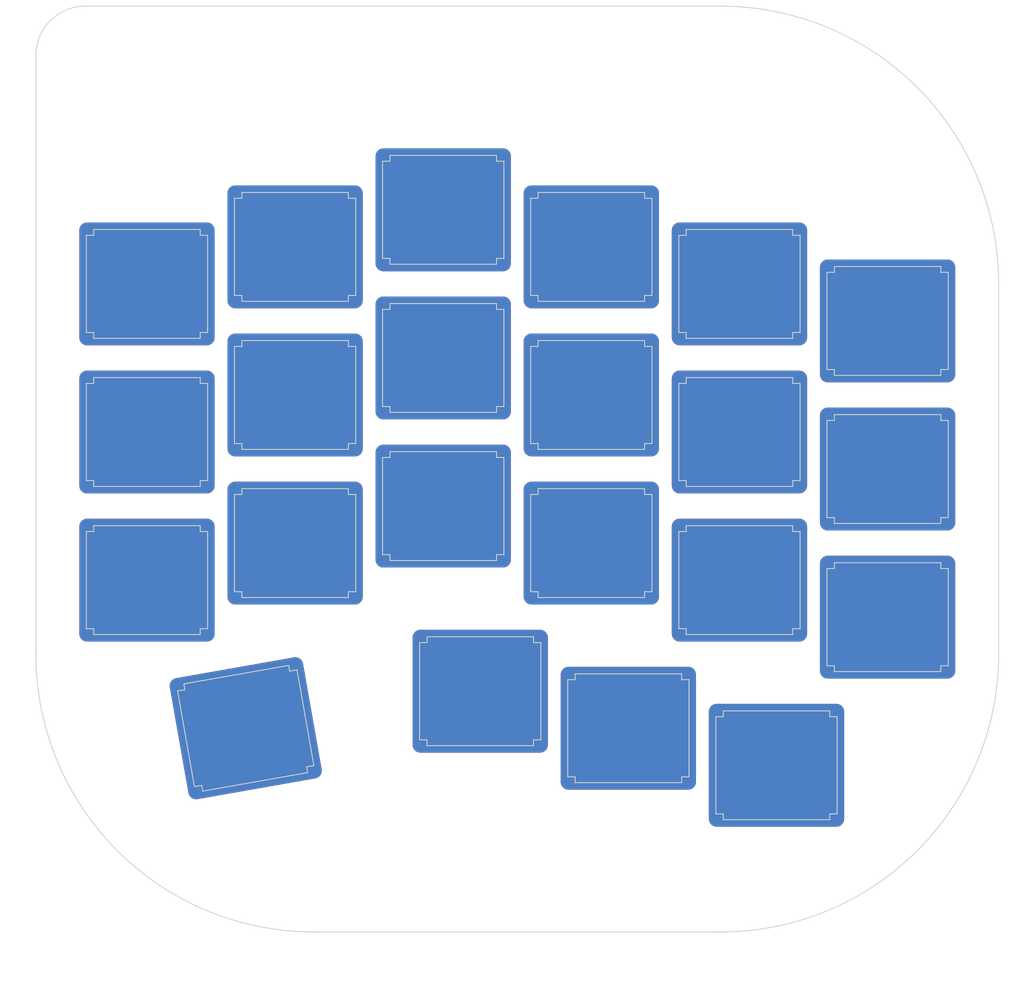
<source format=kicad_pcb>
(kicad_pcb (version 20171130) (host pcbnew 5.1.10-88a1d61d58~88~ubuntu18.04.1)

  (general
    (thickness 1.6)
    (drawings 8)
    (tracks 0)
    (zones 0)
    (modules 27)
    (nets 2)
  )

  (page A2)
  (layers
    (0 F.Cu signal)
    (31 B.Cu signal)
    (32 B.Adhes user)
    (33 F.Adhes user)
    (34 B.Paste user)
    (35 F.Paste user)
    (36 B.SilkS user)
    (37 F.SilkS user)
    (38 B.Mask user)
    (39 F.Mask user)
    (40 Dwgs.User user)
    (41 Cmts.User user)
    (42 Eco1.User user)
    (43 Eco2.User user)
    (44 Edge.Cuts user)
    (45 Margin user)
    (46 B.CrtYd user)
    (47 F.CrtYd user)
    (48 B.Fab user)
    (49 F.Fab user)
  )

  (setup
    (last_trace_width 0.25)
    (trace_clearance 0.2)
    (zone_clearance 0.508)
    (zone_45_only yes)
    (trace_min 0.2)
    (via_size 0.8)
    (via_drill 0.4)
    (via_min_size 0.4)
    (via_min_drill 0.3)
    (uvia_size 0.3)
    (uvia_drill 0.1)
    (uvias_allowed no)
    (uvia_min_size 0.2)
    (uvia_min_drill 0.1)
    (edge_width 0.1)
    (segment_width 0.2)
    (pcb_text_width 0.3)
    (pcb_text_size 1.5 1.5)
    (mod_edge_width 0.15)
    (mod_text_size 1 1)
    (mod_text_width 0.15)
    (pad_size 1.6 2.2)
    (pad_drill 0)
    (pad_to_mask_clearance 0)
    (aux_axis_origin 0 0)
    (visible_elements FFFFF77F)
    (pcbplotparams
      (layerselection 0x010fc_ffffffff)
      (usegerberextensions false)
      (usegerberattributes false)
      (usegerberadvancedattributes false)
      (creategerberjobfile false)
      (excludeedgelayer true)
      (linewidth 0.100000)
      (plotframeref false)
      (viasonmask false)
      (mode 1)
      (useauxorigin false)
      (hpglpennumber 1)
      (hpglpenspeed 20)
      (hpglpendiameter 15.000000)
      (psnegative false)
      (psa4output false)
      (plotreference true)
      (plotvalue true)
      (plotinvisibletext false)
      (padsonsilk false)
      (subtractmaskfromsilk false)
      (outputformat 1)
      (mirror false)
      (drillshape 1)
      (scaleselection 1)
      (outputdirectory ""))
  )

  (net 0 "")
  (net 1 GND)

  (net_class Default "This is the default net class."
    (clearance 0.2)
    (trace_width 0.25)
    (via_dia 0.8)
    (via_drill 0.4)
    (uvia_dia 0.3)
    (uvia_drill 0.1)
  )

  (module Keebio-Parts:MX-Alps_Switch_Cutout (layer F.Cu) (tedit 5BEEFD84) (tstamp 6240DF5C)
    (at 193.675 -153.19375 10)
    (fp_text reference REF** (at 0.25 10.05 10) (layer Eco2.User) hide
      (effects (font (size 1 1) (thickness 0.15)))
    )
    (fp_text value MX-Alps_Switch_Cutout (at 0 -15.24 10) (layer F.Fab) hide
      (effects (font (size 1 1) (thickness 0.15)))
    )
    (fp_line (start -7.8 -6.25) (end -6.85 -6.25) (layer Edge.Cuts) (width 0.12))
    (fp_line (start -7.8 6.25) (end -7.8 -6.25) (layer Edge.Cuts) (width 0.12))
    (fp_line (start -6.85 6.25) (end -7.8 6.25) (layer Edge.Cuts) (width 0.12))
    (fp_line (start -6.85 7) (end -6.85 6.25) (layer Edge.Cuts) (width 0.12))
    (fp_line (start 6.85 7) (end -6.85 7) (layer Edge.Cuts) (width 0.12))
    (fp_line (start 6.85 6.25) (end 6.85 7) (layer Edge.Cuts) (width 0.12))
    (fp_line (start 7.8 6.25) (end 6.85 6.25) (layer Edge.Cuts) (width 0.12))
    (fp_line (start 7.8 -6.25) (end 7.8 6.25) (layer Edge.Cuts) (width 0.12))
    (fp_line (start 6.85 -6.25) (end 7.8 -6.25) (layer Edge.Cuts) (width 0.12))
    (fp_line (start 6.85 -7) (end 6.85 -6.25) (layer Edge.Cuts) (width 0.12))
    (fp_line (start -6.85 -7) (end 6.85 -7) (layer Edge.Cuts) (width 0.12))
    (fp_line (start -6.85 -6.25) (end -6.85 -7) (layer Edge.Cuts) (width 0.12))
    (fp_line (start 9.5 -9.5) (end 9.5 9.5) (layer Dwgs.User) (width 0.15))
    (fp_line (start 9.5 9.5) (end -9.5 9.5) (layer Dwgs.User) (width 0.15))
    (fp_line (start -9.5 9.5) (end -9.5 -9.5) (layer Dwgs.User) (width 0.15))
    (fp_line (start -9.5 -9.5) (end 9.5 -9.5) (layer Dwgs.User) (width 0.15))
    (pad 1 smd roundrect (at 0 0 190) (size 17.4 15.8) (layers F.Cu F.Mask) (roundrect_rratio 0.063))
    (pad 1 smd roundrect (at 0 0 190) (size 17.4 15.8) (layers B.Cu B.Mask) (roundrect_rratio 0.063))
  )

  (module silkscreens:procyon_stars (layer F.Cu) (tedit 6240BEBE) (tstamp 6240E164)
    (at 197.64375 -236.5375)
    (fp_text reference G*** (at 0 0) (layer F.SilkS) hide
      (effects (font (size 1.524 1.524) (thickness 0.3)))
    )
    (fp_text value LOGO (at 0.75 0) (layer F.SilkS) hide
      (effects (font (size 1.524 1.524) (thickness 0.3)))
    )
    (fp_poly (pts (xy -10.618516 -5.429737) (xy -10.517681 -5.240953) (xy -10.456595 -5.080788) (xy -10.296712 -4.733751)
      (xy -10.059037 -4.479228) (xy -9.985932 -4.424622) (xy -9.789873 -4.259409) (xy -9.670522 -4.107721)
      (xy -9.653808 -4.054085) (xy -9.718502 -3.928993) (xy -9.884306 -3.769841) (xy -9.983927 -3.69751)
      (xy -10.196826 -3.524031) (xy -10.343144 -3.345122) (xy -10.370604 -3.284092) (xy -10.494352 -2.911336)
      (xy -10.611071 -2.688665) (xy -10.703926 -2.624667) (xy -10.825478 -2.671695) (xy -11.024804 -2.791686)
      (xy -11.152257 -2.880797) (xy -11.396083 -3.038855) (xy -11.595764 -3.100533) (xy -11.825103 -3.08951)
      (xy -12.118291 -3.069456) (xy -12.283154 -3.130491) (xy -12.337485 -3.295193) (xy -12.299075 -3.586138)
      (xy -12.280435 -3.667292) (xy -12.218735 -4.001662) (xy -12.224573 -4.251741) (xy -12.26528 -4.406397)
      (xy -12.354797 -4.705234) (xy -12.353082 -4.882397) (xy -12.241757 -4.96907) (xy -12.002447 -4.996438)
      (xy -11.916833 -4.997689) (xy -11.594368 -5.023041) (xy -11.343459 -5.115415) (xy -11.139751 -5.251689)
      (xy -10.925031 -5.399001) (xy -10.754405 -5.48959) (xy -10.702055 -5.503333) (xy -10.618516 -5.429737)) (layer F.Mask) (width 0.01))
    (fp_poly (pts (xy -16.588013 -2.063344) (xy -16.278703 -1.897053) (xy -15.875288 -1.615712) (xy -15.755038 -1.524853)
      (xy -14.980863 -0.933039) (xy -13.988598 -0.979003) (xy -13.468333 -0.994887) (xy -13.090882 -0.974662)
      (xy -12.843701 -0.899314) (xy -12.714243 -0.749831) (xy -12.689961 -0.507201) (xy -12.75831 -0.15241)
      (xy -12.906744 0.333555) (xy -12.979422 0.550333) (xy -13.266469 1.397) (xy -12.940901 2.311001)
      (xy -12.810913 2.686235) (xy -12.705593 3.00987) (xy -12.63664 3.244638) (xy -12.615333 3.348168)
      (xy -12.671264 3.494443) (xy -12.788977 3.644976) (xy -12.87803 3.719169) (xy -12.990699 3.767915)
      (xy -13.160519 3.795742) (xy -13.421029 3.807178) (xy -13.805765 3.806754) (xy -13.971866 3.804697)
      (xy -14.981112 3.790776) (xy -15.771952 4.393054) (xy -16.09966 4.631423) (xy -16.394094 4.825219)
      (xy -16.621384 4.953413) (xy -16.741917 4.995333) (xy -16.921765 4.932176) (xy -17.078864 4.794696)
      (xy -17.168489 4.629424) (xy -17.282829 4.345799) (xy -17.404521 3.989491) (xy -17.478575 3.743243)
      (xy -17.720465 2.892427) (xy -18.554748 2.328059) (xy -18.974239 2.030346) (xy -19.256861 1.791691)
      (xy -19.41657 1.594176) (xy -19.467323 1.419884) (xy -19.423078 1.250896) (xy -19.411185 1.228579)
      (xy -19.31397 1.125712) (xy -19.108947 0.951625) (xy -18.827359 0.731739) (xy -18.539896 0.519716)
      (xy -17.746033 -0.050793) (xy -17.504279 -0.89323) (xy -17.389978 -1.268529) (xy -17.277279 -1.599303)
      (xy -17.182194 -1.840358) (xy -17.138311 -1.926167) (xy -16.999118 -2.072476) (xy -16.821918 -2.12001)
      (xy -16.588013 -2.063344)) (layer F.Mask) (width 0.01))
  )

  (module Keebio-Parts:MX-Alps_Switch_Cutout (layer F.Cu) (tedit 5BEEFD84) (tstamp 6240DF32)
    (at 223.8375 -157.95625)
    (fp_text reference REF** (at 0.25 10.05) (layer Eco2.User) hide
      (effects (font (size 1 1) (thickness 0.15)))
    )
    (fp_text value MX-Alps_Switch_Cutout (at 0 -15.24) (layer F.Fab) hide
      (effects (font (size 1 1) (thickness 0.15)))
    )
    (fp_line (start -9.5 -9.5) (end 9.5 -9.5) (layer Dwgs.User) (width 0.15))
    (fp_line (start -9.5 9.5) (end -9.5 -9.5) (layer Dwgs.User) (width 0.15))
    (fp_line (start 9.5 9.5) (end -9.5 9.5) (layer Dwgs.User) (width 0.15))
    (fp_line (start 9.5 -9.5) (end 9.5 9.5) (layer Dwgs.User) (width 0.15))
    (fp_line (start -6.85 -6.25) (end -6.85 -7) (layer Edge.Cuts) (width 0.12))
    (fp_line (start -6.85 -7) (end 6.85 -7) (layer Edge.Cuts) (width 0.12))
    (fp_line (start 6.85 -7) (end 6.85 -6.25) (layer Edge.Cuts) (width 0.12))
    (fp_line (start 6.85 -6.25) (end 7.8 -6.25) (layer Edge.Cuts) (width 0.12))
    (fp_line (start 7.8 -6.25) (end 7.8 6.25) (layer Edge.Cuts) (width 0.12))
    (fp_line (start 7.8 6.25) (end 6.85 6.25) (layer Edge.Cuts) (width 0.12))
    (fp_line (start 6.85 6.25) (end 6.85 7) (layer Edge.Cuts) (width 0.12))
    (fp_line (start 6.85 7) (end -6.85 7) (layer Edge.Cuts) (width 0.12))
    (fp_line (start -6.85 7) (end -6.85 6.25) (layer Edge.Cuts) (width 0.12))
    (fp_line (start -6.85 6.25) (end -7.8 6.25) (layer Edge.Cuts) (width 0.12))
    (fp_line (start -7.8 6.25) (end -7.8 -6.25) (layer Edge.Cuts) (width 0.12))
    (fp_line (start -7.8 -6.25) (end -6.85 -6.25) (layer Edge.Cuts) (width 0.12))
    (pad 1 smd roundrect (at 0 0 180) (size 17.4 15.8) (layers B.Cu B.Mask) (roundrect_rratio 0.063))
    (pad 1 smd roundrect (at 0 0 180) (size 17.4 15.8) (layers F.Cu F.Mask) (roundrect_rratio 0.063))
  )

  (module Keebio-Parts:MX-Alps_Switch_Cutout (layer F.Cu) (tedit 5BEEFD84) (tstamp 6240DF08)
    (at 242.8875 -153.19375)
    (fp_text reference REF** (at 0.25 10.05) (layer Eco2.User) hide
      (effects (font (size 1 1) (thickness 0.15)))
    )
    (fp_text value MX-Alps_Switch_Cutout (at 0 -15.24) (layer F.Fab) hide
      (effects (font (size 1 1) (thickness 0.15)))
    )
    (fp_line (start -7.8 -6.25) (end -6.85 -6.25) (layer Edge.Cuts) (width 0.12))
    (fp_line (start -7.8 6.25) (end -7.8 -6.25) (layer Edge.Cuts) (width 0.12))
    (fp_line (start -6.85 6.25) (end -7.8 6.25) (layer Edge.Cuts) (width 0.12))
    (fp_line (start -6.85 7) (end -6.85 6.25) (layer Edge.Cuts) (width 0.12))
    (fp_line (start 6.85 7) (end -6.85 7) (layer Edge.Cuts) (width 0.12))
    (fp_line (start 6.85 6.25) (end 6.85 7) (layer Edge.Cuts) (width 0.12))
    (fp_line (start 7.8 6.25) (end 6.85 6.25) (layer Edge.Cuts) (width 0.12))
    (fp_line (start 7.8 -6.25) (end 7.8 6.25) (layer Edge.Cuts) (width 0.12))
    (fp_line (start 6.85 -6.25) (end 7.8 -6.25) (layer Edge.Cuts) (width 0.12))
    (fp_line (start 6.85 -7) (end 6.85 -6.25) (layer Edge.Cuts) (width 0.12))
    (fp_line (start -6.85 -7) (end 6.85 -7) (layer Edge.Cuts) (width 0.12))
    (fp_line (start -6.85 -6.25) (end -6.85 -7) (layer Edge.Cuts) (width 0.12))
    (fp_line (start 9.5 -9.5) (end 9.5 9.5) (layer Dwgs.User) (width 0.15))
    (fp_line (start 9.5 9.5) (end -9.5 9.5) (layer Dwgs.User) (width 0.15))
    (fp_line (start -9.5 9.5) (end -9.5 -9.5) (layer Dwgs.User) (width 0.15))
    (fp_line (start -9.5 -9.5) (end 9.5 -9.5) (layer Dwgs.User) (width 0.15))
    (pad 1 smd roundrect (at 0 0 180) (size 17.4 15.8) (layers F.Cu F.Mask) (roundrect_rratio 0.063))
    (pad 1 smd roundrect (at 0 0 180) (size 17.4 15.8) (layers B.Cu B.Mask) (roundrect_rratio 0.063))
  )

  (module Keebio-Parts:MX-Alps_Switch_Cutout (layer F.Cu) (tedit 5BEEFD84) (tstamp 6240DEDE)
    (at 261.9375 -148.43125)
    (fp_text reference REF** (at 0.25 10.05) (layer Eco2.User) hide
      (effects (font (size 1 1) (thickness 0.15)))
    )
    (fp_text value MX-Alps_Switch_Cutout (at 0 -15.24) (layer F.Fab) hide
      (effects (font (size 1 1) (thickness 0.15)))
    )
    (fp_line (start -9.5 -9.5) (end 9.5 -9.5) (layer Dwgs.User) (width 0.15))
    (fp_line (start -9.5 9.5) (end -9.5 -9.5) (layer Dwgs.User) (width 0.15))
    (fp_line (start 9.5 9.5) (end -9.5 9.5) (layer Dwgs.User) (width 0.15))
    (fp_line (start 9.5 -9.5) (end 9.5 9.5) (layer Dwgs.User) (width 0.15))
    (fp_line (start -6.85 -6.25) (end -6.85 -7) (layer Edge.Cuts) (width 0.12))
    (fp_line (start -6.85 -7) (end 6.85 -7) (layer Edge.Cuts) (width 0.12))
    (fp_line (start 6.85 -7) (end 6.85 -6.25) (layer Edge.Cuts) (width 0.12))
    (fp_line (start 6.85 -6.25) (end 7.8 -6.25) (layer Edge.Cuts) (width 0.12))
    (fp_line (start 7.8 -6.25) (end 7.8 6.25) (layer Edge.Cuts) (width 0.12))
    (fp_line (start 7.8 6.25) (end 6.85 6.25) (layer Edge.Cuts) (width 0.12))
    (fp_line (start 6.85 6.25) (end 6.85 7) (layer Edge.Cuts) (width 0.12))
    (fp_line (start 6.85 7) (end -6.85 7) (layer Edge.Cuts) (width 0.12))
    (fp_line (start -6.85 7) (end -6.85 6.25) (layer Edge.Cuts) (width 0.12))
    (fp_line (start -6.85 6.25) (end -7.8 6.25) (layer Edge.Cuts) (width 0.12))
    (fp_line (start -7.8 6.25) (end -7.8 -6.25) (layer Edge.Cuts) (width 0.12))
    (fp_line (start -7.8 -6.25) (end -6.85 -6.25) (layer Edge.Cuts) (width 0.12))
    (pad 1 smd roundrect (at 0 0 180) (size 17.4 15.8) (layers B.Cu B.Mask) (roundrect_rratio 0.063))
    (pad 1 smd roundrect (at 0 0 180) (size 17.4 15.8) (layers F.Cu F.Mask) (roundrect_rratio 0.063))
  )

  (module Keebio-Parts:MX-Alps_Switch_Cutout (layer F.Cu) (tedit 5BEEFD84) (tstamp 6240DEB4)
    (at 276.225 -167.48125)
    (fp_text reference REF** (at 0.25 10.05) (layer Eco2.User) hide
      (effects (font (size 1 1) (thickness 0.15)))
    )
    (fp_text value MX-Alps_Switch_Cutout (at 0 -15.24) (layer F.Fab) hide
      (effects (font (size 1 1) (thickness 0.15)))
    )
    (fp_line (start -7.8 -6.25) (end -6.85 -6.25) (layer Edge.Cuts) (width 0.12))
    (fp_line (start -7.8 6.25) (end -7.8 -6.25) (layer Edge.Cuts) (width 0.12))
    (fp_line (start -6.85 6.25) (end -7.8 6.25) (layer Edge.Cuts) (width 0.12))
    (fp_line (start -6.85 7) (end -6.85 6.25) (layer Edge.Cuts) (width 0.12))
    (fp_line (start 6.85 7) (end -6.85 7) (layer Edge.Cuts) (width 0.12))
    (fp_line (start 6.85 6.25) (end 6.85 7) (layer Edge.Cuts) (width 0.12))
    (fp_line (start 7.8 6.25) (end 6.85 6.25) (layer Edge.Cuts) (width 0.12))
    (fp_line (start 7.8 -6.25) (end 7.8 6.25) (layer Edge.Cuts) (width 0.12))
    (fp_line (start 6.85 -6.25) (end 7.8 -6.25) (layer Edge.Cuts) (width 0.12))
    (fp_line (start 6.85 -7) (end 6.85 -6.25) (layer Edge.Cuts) (width 0.12))
    (fp_line (start -6.85 -7) (end 6.85 -7) (layer Edge.Cuts) (width 0.12))
    (fp_line (start -6.85 -6.25) (end -6.85 -7) (layer Edge.Cuts) (width 0.12))
    (fp_line (start 9.5 -9.5) (end 9.5 9.5) (layer Dwgs.User) (width 0.15))
    (fp_line (start 9.5 9.5) (end -9.5 9.5) (layer Dwgs.User) (width 0.15))
    (fp_line (start -9.5 9.5) (end -9.5 -9.5) (layer Dwgs.User) (width 0.15))
    (fp_line (start -9.5 -9.5) (end 9.5 -9.5) (layer Dwgs.User) (width 0.15))
    (pad 1 smd roundrect (at 0 0 180) (size 17.4 15.8) (layers F.Cu F.Mask) (roundrect_rratio 0.063))
    (pad 1 smd roundrect (at 0 0 180) (size 17.4 15.8) (layers B.Cu B.Mask) (roundrect_rratio 0.063))
  )

  (module Keebio-Parts:MX-Alps_Switch_Cutout (layer F.Cu) (tedit 5BEEFD84) (tstamp 6240DE75)
    (at 257.175 -172.24375)
    (fp_text reference REF** (at 0.25 10.05) (layer Eco2.User) hide
      (effects (font (size 1 1) (thickness 0.15)))
    )
    (fp_text value MX-Alps_Switch_Cutout (at 0 -15.24) (layer F.Fab) hide
      (effects (font (size 1 1) (thickness 0.15)))
    )
    (fp_line (start -9.5 -9.5) (end 9.5 -9.5) (layer Dwgs.User) (width 0.15))
    (fp_line (start -9.5 9.5) (end -9.5 -9.5) (layer Dwgs.User) (width 0.15))
    (fp_line (start 9.5 9.5) (end -9.5 9.5) (layer Dwgs.User) (width 0.15))
    (fp_line (start 9.5 -9.5) (end 9.5 9.5) (layer Dwgs.User) (width 0.15))
    (fp_line (start -6.85 -6.25) (end -6.85 -7) (layer Edge.Cuts) (width 0.12))
    (fp_line (start -6.85 -7) (end 6.85 -7) (layer Edge.Cuts) (width 0.12))
    (fp_line (start 6.85 -7) (end 6.85 -6.25) (layer Edge.Cuts) (width 0.12))
    (fp_line (start 6.85 -6.25) (end 7.8 -6.25) (layer Edge.Cuts) (width 0.12))
    (fp_line (start 7.8 -6.25) (end 7.8 6.25) (layer Edge.Cuts) (width 0.12))
    (fp_line (start 7.8 6.25) (end 6.85 6.25) (layer Edge.Cuts) (width 0.12))
    (fp_line (start 6.85 6.25) (end 6.85 7) (layer Edge.Cuts) (width 0.12))
    (fp_line (start 6.85 7) (end -6.85 7) (layer Edge.Cuts) (width 0.12))
    (fp_line (start -6.85 7) (end -6.85 6.25) (layer Edge.Cuts) (width 0.12))
    (fp_line (start -6.85 6.25) (end -7.8 6.25) (layer Edge.Cuts) (width 0.12))
    (fp_line (start -7.8 6.25) (end -7.8 -6.25) (layer Edge.Cuts) (width 0.12))
    (fp_line (start -7.8 -6.25) (end -6.85 -6.25) (layer Edge.Cuts) (width 0.12))
    (pad 1 smd roundrect (at 0 0 180) (size 17.4 15.8) (layers B.Cu B.Mask) (roundrect_rratio 0.063))
    (pad 1 smd roundrect (at 0 0 180) (size 17.4 15.8) (layers F.Cu F.Mask) (roundrect_rratio 0.063))
  )

  (module Keebio-Parts:MX-Alps_Switch_Cutout (layer F.Cu) (tedit 5BEEFD84) (tstamp 6240DE36)
    (at 238.125 -177.00625)
    (fp_text reference REF** (at 0.25 10.05) (layer Eco2.User) hide
      (effects (font (size 1 1) (thickness 0.15)))
    )
    (fp_text value MX-Alps_Switch_Cutout (at 0 -15.24) (layer F.Fab) hide
      (effects (font (size 1 1) (thickness 0.15)))
    )
    (fp_line (start -7.8 -6.25) (end -6.85 -6.25) (layer Edge.Cuts) (width 0.12))
    (fp_line (start -7.8 6.25) (end -7.8 -6.25) (layer Edge.Cuts) (width 0.12))
    (fp_line (start -6.85 6.25) (end -7.8 6.25) (layer Edge.Cuts) (width 0.12))
    (fp_line (start -6.85 7) (end -6.85 6.25) (layer Edge.Cuts) (width 0.12))
    (fp_line (start 6.85 7) (end -6.85 7) (layer Edge.Cuts) (width 0.12))
    (fp_line (start 6.85 6.25) (end 6.85 7) (layer Edge.Cuts) (width 0.12))
    (fp_line (start 7.8 6.25) (end 6.85 6.25) (layer Edge.Cuts) (width 0.12))
    (fp_line (start 7.8 -6.25) (end 7.8 6.25) (layer Edge.Cuts) (width 0.12))
    (fp_line (start 6.85 -6.25) (end 7.8 -6.25) (layer Edge.Cuts) (width 0.12))
    (fp_line (start 6.85 -7) (end 6.85 -6.25) (layer Edge.Cuts) (width 0.12))
    (fp_line (start -6.85 -7) (end 6.85 -7) (layer Edge.Cuts) (width 0.12))
    (fp_line (start -6.85 -6.25) (end -6.85 -7) (layer Edge.Cuts) (width 0.12))
    (fp_line (start 9.5 -9.5) (end 9.5 9.5) (layer Dwgs.User) (width 0.15))
    (fp_line (start 9.5 9.5) (end -9.5 9.5) (layer Dwgs.User) (width 0.15))
    (fp_line (start -9.5 9.5) (end -9.5 -9.5) (layer Dwgs.User) (width 0.15))
    (fp_line (start -9.5 -9.5) (end 9.5 -9.5) (layer Dwgs.User) (width 0.15))
    (pad 1 smd roundrect (at 0 0 180) (size 17.4 15.8) (layers F.Cu F.Mask) (roundrect_rratio 0.063))
    (pad 1 smd roundrect (at 0 0 180) (size 17.4 15.8) (layers B.Cu B.Mask) (roundrect_rratio 0.063))
  )

  (module Keebio-Parts:MX-Alps_Switch_Cutout (layer F.Cu) (tedit 5BEEFD84) (tstamp 6240DE0C)
    (at 219.075 -181.76875)
    (fp_text reference REF** (at 0.25 10.05) (layer Eco2.User) hide
      (effects (font (size 1 1) (thickness 0.15)))
    )
    (fp_text value MX-Alps_Switch_Cutout (at 0 -15.24) (layer F.Fab) hide
      (effects (font (size 1 1) (thickness 0.15)))
    )
    (fp_line (start -9.5 -9.5) (end 9.5 -9.5) (layer Dwgs.User) (width 0.15))
    (fp_line (start -9.5 9.5) (end -9.5 -9.5) (layer Dwgs.User) (width 0.15))
    (fp_line (start 9.5 9.5) (end -9.5 9.5) (layer Dwgs.User) (width 0.15))
    (fp_line (start 9.5 -9.5) (end 9.5 9.5) (layer Dwgs.User) (width 0.15))
    (fp_line (start -6.85 -6.25) (end -6.85 -7) (layer Edge.Cuts) (width 0.12))
    (fp_line (start -6.85 -7) (end 6.85 -7) (layer Edge.Cuts) (width 0.12))
    (fp_line (start 6.85 -7) (end 6.85 -6.25) (layer Edge.Cuts) (width 0.12))
    (fp_line (start 6.85 -6.25) (end 7.8 -6.25) (layer Edge.Cuts) (width 0.12))
    (fp_line (start 7.8 -6.25) (end 7.8 6.25) (layer Edge.Cuts) (width 0.12))
    (fp_line (start 7.8 6.25) (end 6.85 6.25) (layer Edge.Cuts) (width 0.12))
    (fp_line (start 6.85 6.25) (end 6.85 7) (layer Edge.Cuts) (width 0.12))
    (fp_line (start 6.85 7) (end -6.85 7) (layer Edge.Cuts) (width 0.12))
    (fp_line (start -6.85 7) (end -6.85 6.25) (layer Edge.Cuts) (width 0.12))
    (fp_line (start -6.85 6.25) (end -7.8 6.25) (layer Edge.Cuts) (width 0.12))
    (fp_line (start -7.8 6.25) (end -7.8 -6.25) (layer Edge.Cuts) (width 0.12))
    (fp_line (start -7.8 -6.25) (end -6.85 -6.25) (layer Edge.Cuts) (width 0.12))
    (pad 1 smd roundrect (at 0 0 180) (size 17.4 15.8) (layers B.Cu B.Mask) (roundrect_rratio 0.063))
    (pad 1 smd roundrect (at 0 0 180) (size 17.4 15.8) (layers F.Cu F.Mask) (roundrect_rratio 0.063))
  )

  (module Keebio-Parts:MX-Alps_Switch_Cutout (layer F.Cu) (tedit 5BEEFD84) (tstamp 6240DDE2)
    (at 200.025 -177.00625)
    (fp_text reference REF** (at 0.25 10.05) (layer Eco2.User) hide
      (effects (font (size 1 1) (thickness 0.15)))
    )
    (fp_text value MX-Alps_Switch_Cutout (at 0 -15.24) (layer F.Fab) hide
      (effects (font (size 1 1) (thickness 0.15)))
    )
    (fp_line (start -7.8 -6.25) (end -6.85 -6.25) (layer Edge.Cuts) (width 0.12))
    (fp_line (start -7.8 6.25) (end -7.8 -6.25) (layer Edge.Cuts) (width 0.12))
    (fp_line (start -6.85 6.25) (end -7.8 6.25) (layer Edge.Cuts) (width 0.12))
    (fp_line (start -6.85 7) (end -6.85 6.25) (layer Edge.Cuts) (width 0.12))
    (fp_line (start 6.85 7) (end -6.85 7) (layer Edge.Cuts) (width 0.12))
    (fp_line (start 6.85 6.25) (end 6.85 7) (layer Edge.Cuts) (width 0.12))
    (fp_line (start 7.8 6.25) (end 6.85 6.25) (layer Edge.Cuts) (width 0.12))
    (fp_line (start 7.8 -6.25) (end 7.8 6.25) (layer Edge.Cuts) (width 0.12))
    (fp_line (start 6.85 -6.25) (end 7.8 -6.25) (layer Edge.Cuts) (width 0.12))
    (fp_line (start 6.85 -7) (end 6.85 -6.25) (layer Edge.Cuts) (width 0.12))
    (fp_line (start -6.85 -7) (end 6.85 -7) (layer Edge.Cuts) (width 0.12))
    (fp_line (start -6.85 -6.25) (end -6.85 -7) (layer Edge.Cuts) (width 0.12))
    (fp_line (start 9.5 -9.5) (end 9.5 9.5) (layer Dwgs.User) (width 0.15))
    (fp_line (start 9.5 9.5) (end -9.5 9.5) (layer Dwgs.User) (width 0.15))
    (fp_line (start -9.5 9.5) (end -9.5 -9.5) (layer Dwgs.User) (width 0.15))
    (fp_line (start -9.5 -9.5) (end 9.5 -9.5) (layer Dwgs.User) (width 0.15))
    (pad 1 smd roundrect (at 0 0 180) (size 17.4 15.8) (layers F.Cu F.Mask) (roundrect_rratio 0.063))
    (pad 1 smd roundrect (at 0 0 180) (size 17.4 15.8) (layers B.Cu B.Mask) (roundrect_rratio 0.063))
  )

  (module Keebio-Parts:MX-Alps_Switch_Cutout (layer F.Cu) (tedit 5BEEFD84) (tstamp 6240DDB8)
    (at 180.975 -172.24375)
    (fp_text reference REF** (at 0.25 10.05) (layer Eco2.User) hide
      (effects (font (size 1 1) (thickness 0.15)))
    )
    (fp_text value MX-Alps_Switch_Cutout (at 0 -15.24) (layer F.Fab) hide
      (effects (font (size 1 1) (thickness 0.15)))
    )
    (fp_line (start -9.5 -9.5) (end 9.5 -9.5) (layer Dwgs.User) (width 0.15))
    (fp_line (start -9.5 9.5) (end -9.5 -9.5) (layer Dwgs.User) (width 0.15))
    (fp_line (start 9.5 9.5) (end -9.5 9.5) (layer Dwgs.User) (width 0.15))
    (fp_line (start 9.5 -9.5) (end 9.5 9.5) (layer Dwgs.User) (width 0.15))
    (fp_line (start -6.85 -6.25) (end -6.85 -7) (layer Edge.Cuts) (width 0.12))
    (fp_line (start -6.85 -7) (end 6.85 -7) (layer Edge.Cuts) (width 0.12))
    (fp_line (start 6.85 -7) (end 6.85 -6.25) (layer Edge.Cuts) (width 0.12))
    (fp_line (start 6.85 -6.25) (end 7.8 -6.25) (layer Edge.Cuts) (width 0.12))
    (fp_line (start 7.8 -6.25) (end 7.8 6.25) (layer Edge.Cuts) (width 0.12))
    (fp_line (start 7.8 6.25) (end 6.85 6.25) (layer Edge.Cuts) (width 0.12))
    (fp_line (start 6.85 6.25) (end 6.85 7) (layer Edge.Cuts) (width 0.12))
    (fp_line (start 6.85 7) (end -6.85 7) (layer Edge.Cuts) (width 0.12))
    (fp_line (start -6.85 7) (end -6.85 6.25) (layer Edge.Cuts) (width 0.12))
    (fp_line (start -6.85 6.25) (end -7.8 6.25) (layer Edge.Cuts) (width 0.12))
    (fp_line (start -7.8 6.25) (end -7.8 -6.25) (layer Edge.Cuts) (width 0.12))
    (fp_line (start -7.8 -6.25) (end -6.85 -6.25) (layer Edge.Cuts) (width 0.12))
    (pad 1 smd roundrect (at 0 0 180) (size 17.4 15.8) (layers B.Cu B.Mask) (roundrect_rratio 0.063))
    (pad 1 smd roundrect (at 0 0 180) (size 17.4 15.8) (layers F.Cu F.Mask) (roundrect_rratio 0.063))
  )

  (module Keebio-Parts:MX-Alps_Switch_Cutout (layer F.Cu) (tedit 5BEEFD84) (tstamp 6240DD8E)
    (at 180.975 -191.29375)
    (fp_text reference REF** (at 0.25 10.05) (layer Eco2.User) hide
      (effects (font (size 1 1) (thickness 0.15)))
    )
    (fp_text value MX-Alps_Switch_Cutout (at 0 -15.24) (layer F.Fab) hide
      (effects (font (size 1 1) (thickness 0.15)))
    )
    (fp_line (start -7.8 -6.25) (end -6.85 -6.25) (layer Edge.Cuts) (width 0.12))
    (fp_line (start -7.8 6.25) (end -7.8 -6.25) (layer Edge.Cuts) (width 0.12))
    (fp_line (start -6.85 6.25) (end -7.8 6.25) (layer Edge.Cuts) (width 0.12))
    (fp_line (start -6.85 7) (end -6.85 6.25) (layer Edge.Cuts) (width 0.12))
    (fp_line (start 6.85 7) (end -6.85 7) (layer Edge.Cuts) (width 0.12))
    (fp_line (start 6.85 6.25) (end 6.85 7) (layer Edge.Cuts) (width 0.12))
    (fp_line (start 7.8 6.25) (end 6.85 6.25) (layer Edge.Cuts) (width 0.12))
    (fp_line (start 7.8 -6.25) (end 7.8 6.25) (layer Edge.Cuts) (width 0.12))
    (fp_line (start 6.85 -6.25) (end 7.8 -6.25) (layer Edge.Cuts) (width 0.12))
    (fp_line (start 6.85 -7) (end 6.85 -6.25) (layer Edge.Cuts) (width 0.12))
    (fp_line (start -6.85 -7) (end 6.85 -7) (layer Edge.Cuts) (width 0.12))
    (fp_line (start -6.85 -6.25) (end -6.85 -7) (layer Edge.Cuts) (width 0.12))
    (fp_line (start 9.5 -9.5) (end 9.5 9.5) (layer Dwgs.User) (width 0.15))
    (fp_line (start 9.5 9.5) (end -9.5 9.5) (layer Dwgs.User) (width 0.15))
    (fp_line (start -9.5 9.5) (end -9.5 -9.5) (layer Dwgs.User) (width 0.15))
    (fp_line (start -9.5 -9.5) (end 9.5 -9.5) (layer Dwgs.User) (width 0.15))
    (pad 1 smd roundrect (at 0 0 180) (size 17.4 15.8) (layers F.Cu F.Mask) (roundrect_rratio 0.063))
    (pad 1 smd roundrect (at 0 0 180) (size 17.4 15.8) (layers B.Cu B.Mask) (roundrect_rratio 0.063))
  )

  (module Keebio-Parts:MX-Alps_Switch_Cutout (layer F.Cu) (tedit 5BEEFD84) (tstamp 6240DD64)
    (at 200.025 -196.05625)
    (fp_text reference REF** (at 0.25 10.05) (layer Eco2.User) hide
      (effects (font (size 1 1) (thickness 0.15)))
    )
    (fp_text value MX-Alps_Switch_Cutout (at 0 -15.24) (layer F.Fab) hide
      (effects (font (size 1 1) (thickness 0.15)))
    )
    (fp_line (start -9.5 -9.5) (end 9.5 -9.5) (layer Dwgs.User) (width 0.15))
    (fp_line (start -9.5 9.5) (end -9.5 -9.5) (layer Dwgs.User) (width 0.15))
    (fp_line (start 9.5 9.5) (end -9.5 9.5) (layer Dwgs.User) (width 0.15))
    (fp_line (start 9.5 -9.5) (end 9.5 9.5) (layer Dwgs.User) (width 0.15))
    (fp_line (start -6.85 -6.25) (end -6.85 -7) (layer Edge.Cuts) (width 0.12))
    (fp_line (start -6.85 -7) (end 6.85 -7) (layer Edge.Cuts) (width 0.12))
    (fp_line (start 6.85 -7) (end 6.85 -6.25) (layer Edge.Cuts) (width 0.12))
    (fp_line (start 6.85 -6.25) (end 7.8 -6.25) (layer Edge.Cuts) (width 0.12))
    (fp_line (start 7.8 -6.25) (end 7.8 6.25) (layer Edge.Cuts) (width 0.12))
    (fp_line (start 7.8 6.25) (end 6.85 6.25) (layer Edge.Cuts) (width 0.12))
    (fp_line (start 6.85 6.25) (end 6.85 7) (layer Edge.Cuts) (width 0.12))
    (fp_line (start 6.85 7) (end -6.85 7) (layer Edge.Cuts) (width 0.12))
    (fp_line (start -6.85 7) (end -6.85 6.25) (layer Edge.Cuts) (width 0.12))
    (fp_line (start -6.85 6.25) (end -7.8 6.25) (layer Edge.Cuts) (width 0.12))
    (fp_line (start -7.8 6.25) (end -7.8 -6.25) (layer Edge.Cuts) (width 0.12))
    (fp_line (start -7.8 -6.25) (end -6.85 -6.25) (layer Edge.Cuts) (width 0.12))
    (pad 1 smd roundrect (at 0 0 180) (size 17.4 15.8) (layers B.Cu B.Mask) (roundrect_rratio 0.063))
    (pad 1 smd roundrect (at 0 0 180) (size 17.4 15.8) (layers F.Cu F.Mask) (roundrect_rratio 0.063))
  )

  (module Keebio-Parts:MX-Alps_Switch_Cutout (layer F.Cu) (tedit 5BEEFD84) (tstamp 6240DD3A)
    (at 219.075 -200.81875)
    (fp_text reference REF** (at 0.25 10.05) (layer Eco2.User) hide
      (effects (font (size 1 1) (thickness 0.15)))
    )
    (fp_text value MX-Alps_Switch_Cutout (at 0 -15.24) (layer F.Fab) hide
      (effects (font (size 1 1) (thickness 0.15)))
    )
    (fp_line (start -7.8 -6.25) (end -6.85 -6.25) (layer Edge.Cuts) (width 0.12))
    (fp_line (start -7.8 6.25) (end -7.8 -6.25) (layer Edge.Cuts) (width 0.12))
    (fp_line (start -6.85 6.25) (end -7.8 6.25) (layer Edge.Cuts) (width 0.12))
    (fp_line (start -6.85 7) (end -6.85 6.25) (layer Edge.Cuts) (width 0.12))
    (fp_line (start 6.85 7) (end -6.85 7) (layer Edge.Cuts) (width 0.12))
    (fp_line (start 6.85 6.25) (end 6.85 7) (layer Edge.Cuts) (width 0.12))
    (fp_line (start 7.8 6.25) (end 6.85 6.25) (layer Edge.Cuts) (width 0.12))
    (fp_line (start 7.8 -6.25) (end 7.8 6.25) (layer Edge.Cuts) (width 0.12))
    (fp_line (start 6.85 -6.25) (end 7.8 -6.25) (layer Edge.Cuts) (width 0.12))
    (fp_line (start 6.85 -7) (end 6.85 -6.25) (layer Edge.Cuts) (width 0.12))
    (fp_line (start -6.85 -7) (end 6.85 -7) (layer Edge.Cuts) (width 0.12))
    (fp_line (start -6.85 -6.25) (end -6.85 -7) (layer Edge.Cuts) (width 0.12))
    (fp_line (start 9.5 -9.5) (end 9.5 9.5) (layer Dwgs.User) (width 0.15))
    (fp_line (start 9.5 9.5) (end -9.5 9.5) (layer Dwgs.User) (width 0.15))
    (fp_line (start -9.5 9.5) (end -9.5 -9.5) (layer Dwgs.User) (width 0.15))
    (fp_line (start -9.5 -9.5) (end 9.5 -9.5) (layer Dwgs.User) (width 0.15))
    (pad 1 smd roundrect (at 0 0 180) (size 17.4 15.8) (layers F.Cu F.Mask) (roundrect_rratio 0.063))
    (pad 1 smd roundrect (at 0 0 180) (size 17.4 15.8) (layers B.Cu B.Mask) (roundrect_rratio 0.063))
  )

  (module Keebio-Parts:MX-Alps_Switch_Cutout (layer F.Cu) (tedit 5BEEFD84) (tstamp 6240DD10)
    (at 238.125 -196.05625)
    (fp_text reference REF** (at 0.25 10.05) (layer Eco2.User) hide
      (effects (font (size 1 1) (thickness 0.15)))
    )
    (fp_text value MX-Alps_Switch_Cutout (at 0 -15.24) (layer F.Fab) hide
      (effects (font (size 1 1) (thickness 0.15)))
    )
    (fp_line (start -9.5 -9.5) (end 9.5 -9.5) (layer Dwgs.User) (width 0.15))
    (fp_line (start -9.5 9.5) (end -9.5 -9.5) (layer Dwgs.User) (width 0.15))
    (fp_line (start 9.5 9.5) (end -9.5 9.5) (layer Dwgs.User) (width 0.15))
    (fp_line (start 9.5 -9.5) (end 9.5 9.5) (layer Dwgs.User) (width 0.15))
    (fp_line (start -6.85 -6.25) (end -6.85 -7) (layer Edge.Cuts) (width 0.12))
    (fp_line (start -6.85 -7) (end 6.85 -7) (layer Edge.Cuts) (width 0.12))
    (fp_line (start 6.85 -7) (end 6.85 -6.25) (layer Edge.Cuts) (width 0.12))
    (fp_line (start 6.85 -6.25) (end 7.8 -6.25) (layer Edge.Cuts) (width 0.12))
    (fp_line (start 7.8 -6.25) (end 7.8 6.25) (layer Edge.Cuts) (width 0.12))
    (fp_line (start 7.8 6.25) (end 6.85 6.25) (layer Edge.Cuts) (width 0.12))
    (fp_line (start 6.85 6.25) (end 6.85 7) (layer Edge.Cuts) (width 0.12))
    (fp_line (start 6.85 7) (end -6.85 7) (layer Edge.Cuts) (width 0.12))
    (fp_line (start -6.85 7) (end -6.85 6.25) (layer Edge.Cuts) (width 0.12))
    (fp_line (start -6.85 6.25) (end -7.8 6.25) (layer Edge.Cuts) (width 0.12))
    (fp_line (start -7.8 6.25) (end -7.8 -6.25) (layer Edge.Cuts) (width 0.12))
    (fp_line (start -7.8 -6.25) (end -6.85 -6.25) (layer Edge.Cuts) (width 0.12))
    (pad 1 smd roundrect (at 0 0 180) (size 17.4 15.8) (layers B.Cu B.Mask) (roundrect_rratio 0.063))
    (pad 1 smd roundrect (at 0 0 180) (size 17.4 15.8) (layers F.Cu F.Mask) (roundrect_rratio 0.063))
  )

  (module Keebio-Parts:MX-Alps_Switch_Cutout (layer F.Cu) (tedit 5BEEFD84) (tstamp 6240DCE6)
    (at 257.175 -191.29375)
    (fp_text reference REF** (at 0.25 10.05) (layer Eco2.User) hide
      (effects (font (size 1 1) (thickness 0.15)))
    )
    (fp_text value MX-Alps_Switch_Cutout (at 0 -15.24) (layer F.Fab) hide
      (effects (font (size 1 1) (thickness 0.15)))
    )
    (fp_line (start -7.8 -6.25) (end -6.85 -6.25) (layer Edge.Cuts) (width 0.12))
    (fp_line (start -7.8 6.25) (end -7.8 -6.25) (layer Edge.Cuts) (width 0.12))
    (fp_line (start -6.85 6.25) (end -7.8 6.25) (layer Edge.Cuts) (width 0.12))
    (fp_line (start -6.85 7) (end -6.85 6.25) (layer Edge.Cuts) (width 0.12))
    (fp_line (start 6.85 7) (end -6.85 7) (layer Edge.Cuts) (width 0.12))
    (fp_line (start 6.85 6.25) (end 6.85 7) (layer Edge.Cuts) (width 0.12))
    (fp_line (start 7.8 6.25) (end 6.85 6.25) (layer Edge.Cuts) (width 0.12))
    (fp_line (start 7.8 -6.25) (end 7.8 6.25) (layer Edge.Cuts) (width 0.12))
    (fp_line (start 6.85 -6.25) (end 7.8 -6.25) (layer Edge.Cuts) (width 0.12))
    (fp_line (start 6.85 -7) (end 6.85 -6.25) (layer Edge.Cuts) (width 0.12))
    (fp_line (start -6.85 -7) (end 6.85 -7) (layer Edge.Cuts) (width 0.12))
    (fp_line (start -6.85 -6.25) (end -6.85 -7) (layer Edge.Cuts) (width 0.12))
    (fp_line (start 9.5 -9.5) (end 9.5 9.5) (layer Dwgs.User) (width 0.15))
    (fp_line (start 9.5 9.5) (end -9.5 9.5) (layer Dwgs.User) (width 0.15))
    (fp_line (start -9.5 9.5) (end -9.5 -9.5) (layer Dwgs.User) (width 0.15))
    (fp_line (start -9.5 -9.5) (end 9.5 -9.5) (layer Dwgs.User) (width 0.15))
    (pad 1 smd roundrect (at 0 0 180) (size 17.4 15.8) (layers F.Cu F.Mask) (roundrect_rratio 0.063))
    (pad 1 smd roundrect (at 0 0 180) (size 17.4 15.8) (layers B.Cu B.Mask) (roundrect_rratio 0.063))
  )

  (module Keebio-Parts:MX-Alps_Switch_Cutout (layer F.Cu) (tedit 5BEEFD84) (tstamp 6240DCBC)
    (at 276.225 -186.53125)
    (fp_text reference REF** (at 0.25 10.05) (layer Eco2.User) hide
      (effects (font (size 1 1) (thickness 0.15)))
    )
    (fp_text value MX-Alps_Switch_Cutout (at 0 -15.24) (layer F.Fab) hide
      (effects (font (size 1 1) (thickness 0.15)))
    )
    (fp_line (start -9.5 -9.5) (end 9.5 -9.5) (layer Dwgs.User) (width 0.15))
    (fp_line (start -9.5 9.5) (end -9.5 -9.5) (layer Dwgs.User) (width 0.15))
    (fp_line (start 9.5 9.5) (end -9.5 9.5) (layer Dwgs.User) (width 0.15))
    (fp_line (start 9.5 -9.5) (end 9.5 9.5) (layer Dwgs.User) (width 0.15))
    (fp_line (start -6.85 -6.25) (end -6.85 -7) (layer Edge.Cuts) (width 0.12))
    (fp_line (start -6.85 -7) (end 6.85 -7) (layer Edge.Cuts) (width 0.12))
    (fp_line (start 6.85 -7) (end 6.85 -6.25) (layer Edge.Cuts) (width 0.12))
    (fp_line (start 6.85 -6.25) (end 7.8 -6.25) (layer Edge.Cuts) (width 0.12))
    (fp_line (start 7.8 -6.25) (end 7.8 6.25) (layer Edge.Cuts) (width 0.12))
    (fp_line (start 7.8 6.25) (end 6.85 6.25) (layer Edge.Cuts) (width 0.12))
    (fp_line (start 6.85 6.25) (end 6.85 7) (layer Edge.Cuts) (width 0.12))
    (fp_line (start 6.85 7) (end -6.85 7) (layer Edge.Cuts) (width 0.12))
    (fp_line (start -6.85 7) (end -6.85 6.25) (layer Edge.Cuts) (width 0.12))
    (fp_line (start -6.85 6.25) (end -7.8 6.25) (layer Edge.Cuts) (width 0.12))
    (fp_line (start -7.8 6.25) (end -7.8 -6.25) (layer Edge.Cuts) (width 0.12))
    (fp_line (start -7.8 -6.25) (end -6.85 -6.25) (layer Edge.Cuts) (width 0.12))
    (pad 1 smd roundrect (at 0 0 180) (size 17.4 15.8) (layers B.Cu B.Mask) (roundrect_rratio 0.063))
    (pad 1 smd roundrect (at 0 0 180) (size 17.4 15.8) (layers F.Cu F.Mask) (roundrect_rratio 0.063))
  )

  (module Keebio-Parts:MX-Alps_Switch_Cutout (layer F.Cu) (tedit 5BEEFD84) (tstamp 6240DC92)
    (at 276.225 -205.58125)
    (fp_text reference REF** (at 0.25 10.05) (layer Eco2.User) hide
      (effects (font (size 1 1) (thickness 0.15)))
    )
    (fp_text value MX-Alps_Switch_Cutout (at 0 -15.24) (layer F.Fab) hide
      (effects (font (size 1 1) (thickness 0.15)))
    )
    (fp_line (start -7.8 -6.25) (end -6.85 -6.25) (layer Edge.Cuts) (width 0.12))
    (fp_line (start -7.8 6.25) (end -7.8 -6.25) (layer Edge.Cuts) (width 0.12))
    (fp_line (start -6.85 6.25) (end -7.8 6.25) (layer Edge.Cuts) (width 0.12))
    (fp_line (start -6.85 7) (end -6.85 6.25) (layer Edge.Cuts) (width 0.12))
    (fp_line (start 6.85 7) (end -6.85 7) (layer Edge.Cuts) (width 0.12))
    (fp_line (start 6.85 6.25) (end 6.85 7) (layer Edge.Cuts) (width 0.12))
    (fp_line (start 7.8 6.25) (end 6.85 6.25) (layer Edge.Cuts) (width 0.12))
    (fp_line (start 7.8 -6.25) (end 7.8 6.25) (layer Edge.Cuts) (width 0.12))
    (fp_line (start 6.85 -6.25) (end 7.8 -6.25) (layer Edge.Cuts) (width 0.12))
    (fp_line (start 6.85 -7) (end 6.85 -6.25) (layer Edge.Cuts) (width 0.12))
    (fp_line (start -6.85 -7) (end 6.85 -7) (layer Edge.Cuts) (width 0.12))
    (fp_line (start -6.85 -6.25) (end -6.85 -7) (layer Edge.Cuts) (width 0.12))
    (fp_line (start 9.5 -9.5) (end 9.5 9.5) (layer Dwgs.User) (width 0.15))
    (fp_line (start 9.5 9.5) (end -9.5 9.5) (layer Dwgs.User) (width 0.15))
    (fp_line (start -9.5 9.5) (end -9.5 -9.5) (layer Dwgs.User) (width 0.15))
    (fp_line (start -9.5 -9.5) (end 9.5 -9.5) (layer Dwgs.User) (width 0.15))
    (pad 1 smd roundrect (at 0 0 180) (size 17.4 15.8) (layers F.Cu F.Mask) (roundrect_rratio 0.063))
    (pad 1 smd roundrect (at 0 0 180) (size 17.4 15.8) (layers B.Cu B.Mask) (roundrect_rratio 0.063))
  )

  (module Keebio-Parts:MX-Alps_Switch_Cutout (layer F.Cu) (tedit 5BEEFD84) (tstamp 6240DC68)
    (at 257.175 -210.34375)
    (fp_text reference REF** (at 0.25 10.05) (layer Eco2.User) hide
      (effects (font (size 1 1) (thickness 0.15)))
    )
    (fp_text value MX-Alps_Switch_Cutout (at 0 -15.24) (layer F.Fab) hide
      (effects (font (size 1 1) (thickness 0.15)))
    )
    (fp_line (start -9.5 -9.5) (end 9.5 -9.5) (layer Dwgs.User) (width 0.15))
    (fp_line (start -9.5 9.5) (end -9.5 -9.5) (layer Dwgs.User) (width 0.15))
    (fp_line (start 9.5 9.5) (end -9.5 9.5) (layer Dwgs.User) (width 0.15))
    (fp_line (start 9.5 -9.5) (end 9.5 9.5) (layer Dwgs.User) (width 0.15))
    (fp_line (start -6.85 -6.25) (end -6.85 -7) (layer Edge.Cuts) (width 0.12))
    (fp_line (start -6.85 -7) (end 6.85 -7) (layer Edge.Cuts) (width 0.12))
    (fp_line (start 6.85 -7) (end 6.85 -6.25) (layer Edge.Cuts) (width 0.12))
    (fp_line (start 6.85 -6.25) (end 7.8 -6.25) (layer Edge.Cuts) (width 0.12))
    (fp_line (start 7.8 -6.25) (end 7.8 6.25) (layer Edge.Cuts) (width 0.12))
    (fp_line (start 7.8 6.25) (end 6.85 6.25) (layer Edge.Cuts) (width 0.12))
    (fp_line (start 6.85 6.25) (end 6.85 7) (layer Edge.Cuts) (width 0.12))
    (fp_line (start 6.85 7) (end -6.85 7) (layer Edge.Cuts) (width 0.12))
    (fp_line (start -6.85 7) (end -6.85 6.25) (layer Edge.Cuts) (width 0.12))
    (fp_line (start -6.85 6.25) (end -7.8 6.25) (layer Edge.Cuts) (width 0.12))
    (fp_line (start -7.8 6.25) (end -7.8 -6.25) (layer Edge.Cuts) (width 0.12))
    (fp_line (start -7.8 -6.25) (end -6.85 -6.25) (layer Edge.Cuts) (width 0.12))
    (pad 1 smd roundrect (at 0 0 180) (size 17.4 15.8) (layers B.Cu B.Mask) (roundrect_rratio 0.063))
    (pad 1 smd roundrect (at 0 0 180) (size 17.4 15.8) (layers F.Cu F.Mask) (roundrect_rratio 0.063))
  )

  (module Keebio-Parts:MX-Alps_Switch_Cutout (layer F.Cu) (tedit 5BEEFD84) (tstamp 6240DC3E)
    (at 238.125 -215.10625)
    (fp_text reference REF** (at 0.25 10.05) (layer Eco2.User) hide
      (effects (font (size 1 1) (thickness 0.15)))
    )
    (fp_text value MX-Alps_Switch_Cutout (at 0 -15.24) (layer F.Fab) hide
      (effects (font (size 1 1) (thickness 0.15)))
    )
    (fp_line (start -7.8 -6.25) (end -6.85 -6.25) (layer Edge.Cuts) (width 0.12))
    (fp_line (start -7.8 6.25) (end -7.8 -6.25) (layer Edge.Cuts) (width 0.12))
    (fp_line (start -6.85 6.25) (end -7.8 6.25) (layer Edge.Cuts) (width 0.12))
    (fp_line (start -6.85 7) (end -6.85 6.25) (layer Edge.Cuts) (width 0.12))
    (fp_line (start 6.85 7) (end -6.85 7) (layer Edge.Cuts) (width 0.12))
    (fp_line (start 6.85 6.25) (end 6.85 7) (layer Edge.Cuts) (width 0.12))
    (fp_line (start 7.8 6.25) (end 6.85 6.25) (layer Edge.Cuts) (width 0.12))
    (fp_line (start 7.8 -6.25) (end 7.8 6.25) (layer Edge.Cuts) (width 0.12))
    (fp_line (start 6.85 -6.25) (end 7.8 -6.25) (layer Edge.Cuts) (width 0.12))
    (fp_line (start 6.85 -7) (end 6.85 -6.25) (layer Edge.Cuts) (width 0.12))
    (fp_line (start -6.85 -7) (end 6.85 -7) (layer Edge.Cuts) (width 0.12))
    (fp_line (start -6.85 -6.25) (end -6.85 -7) (layer Edge.Cuts) (width 0.12))
    (fp_line (start 9.5 -9.5) (end 9.5 9.5) (layer Dwgs.User) (width 0.15))
    (fp_line (start 9.5 9.5) (end -9.5 9.5) (layer Dwgs.User) (width 0.15))
    (fp_line (start -9.5 9.5) (end -9.5 -9.5) (layer Dwgs.User) (width 0.15))
    (fp_line (start -9.5 -9.5) (end 9.5 -9.5) (layer Dwgs.User) (width 0.15))
    (pad 1 smd roundrect (at 0 0 180) (size 17.4 15.8) (layers F.Cu F.Mask) (roundrect_rratio 0.063))
    (pad 1 smd roundrect (at 0 0 180) (size 17.4 15.8) (layers B.Cu B.Mask) (roundrect_rratio 0.063))
  )

  (module Keebio-Parts:MX-Alps_Switch_Cutout (layer F.Cu) (tedit 5BEEFD84) (tstamp 6240DC14)
    (at 219.075 -219.86875)
    (fp_text reference REF** (at 0.25 10.05) (layer Eco2.User) hide
      (effects (font (size 1 1) (thickness 0.15)))
    )
    (fp_text value MX-Alps_Switch_Cutout (at 0 -15.24) (layer F.Fab) hide
      (effects (font (size 1 1) (thickness 0.15)))
    )
    (fp_line (start -9.5 -9.5) (end 9.5 -9.5) (layer Dwgs.User) (width 0.15))
    (fp_line (start -9.5 9.5) (end -9.5 -9.5) (layer Dwgs.User) (width 0.15))
    (fp_line (start 9.5 9.5) (end -9.5 9.5) (layer Dwgs.User) (width 0.15))
    (fp_line (start 9.5 -9.5) (end 9.5 9.5) (layer Dwgs.User) (width 0.15))
    (fp_line (start -6.85 -6.25) (end -6.85 -7) (layer Edge.Cuts) (width 0.12))
    (fp_line (start -6.85 -7) (end 6.85 -7) (layer Edge.Cuts) (width 0.12))
    (fp_line (start 6.85 -7) (end 6.85 -6.25) (layer Edge.Cuts) (width 0.12))
    (fp_line (start 6.85 -6.25) (end 7.8 -6.25) (layer Edge.Cuts) (width 0.12))
    (fp_line (start 7.8 -6.25) (end 7.8 6.25) (layer Edge.Cuts) (width 0.12))
    (fp_line (start 7.8 6.25) (end 6.85 6.25) (layer Edge.Cuts) (width 0.12))
    (fp_line (start 6.85 6.25) (end 6.85 7) (layer Edge.Cuts) (width 0.12))
    (fp_line (start 6.85 7) (end -6.85 7) (layer Edge.Cuts) (width 0.12))
    (fp_line (start -6.85 7) (end -6.85 6.25) (layer Edge.Cuts) (width 0.12))
    (fp_line (start -6.85 6.25) (end -7.8 6.25) (layer Edge.Cuts) (width 0.12))
    (fp_line (start -7.8 6.25) (end -7.8 -6.25) (layer Edge.Cuts) (width 0.12))
    (fp_line (start -7.8 -6.25) (end -6.85 -6.25) (layer Edge.Cuts) (width 0.12))
    (pad 1 smd roundrect (at 0 0 180) (size 17.4 15.8) (layers B.Cu B.Mask) (roundrect_rratio 0.063))
    (pad 1 smd roundrect (at 0 0 180) (size 17.4 15.8) (layers F.Cu F.Mask) (roundrect_rratio 0.063))
  )

  (module Keebio-Parts:MX-Alps_Switch_Cutout (layer F.Cu) (tedit 5BEEFD84) (tstamp 6240DBEA)
    (at 200.025 -215.10625)
    (fp_text reference REF** (at 0.25 10.05) (layer Eco2.User) hide
      (effects (font (size 1 1) (thickness 0.15)))
    )
    (fp_text value MX-Alps_Switch_Cutout (at 0 -15.24) (layer F.Fab) hide
      (effects (font (size 1 1) (thickness 0.15)))
    )
    (fp_line (start -7.8 -6.25) (end -6.85 -6.25) (layer Edge.Cuts) (width 0.12))
    (fp_line (start -7.8 6.25) (end -7.8 -6.25) (layer Edge.Cuts) (width 0.12))
    (fp_line (start -6.85 6.25) (end -7.8 6.25) (layer Edge.Cuts) (width 0.12))
    (fp_line (start -6.85 7) (end -6.85 6.25) (layer Edge.Cuts) (width 0.12))
    (fp_line (start 6.85 7) (end -6.85 7) (layer Edge.Cuts) (width 0.12))
    (fp_line (start 6.85 6.25) (end 6.85 7) (layer Edge.Cuts) (width 0.12))
    (fp_line (start 7.8 6.25) (end 6.85 6.25) (layer Edge.Cuts) (width 0.12))
    (fp_line (start 7.8 -6.25) (end 7.8 6.25) (layer Edge.Cuts) (width 0.12))
    (fp_line (start 6.85 -6.25) (end 7.8 -6.25) (layer Edge.Cuts) (width 0.12))
    (fp_line (start 6.85 -7) (end 6.85 -6.25) (layer Edge.Cuts) (width 0.12))
    (fp_line (start -6.85 -7) (end 6.85 -7) (layer Edge.Cuts) (width 0.12))
    (fp_line (start -6.85 -6.25) (end -6.85 -7) (layer Edge.Cuts) (width 0.12))
    (fp_line (start 9.5 -9.5) (end 9.5 9.5) (layer Dwgs.User) (width 0.15))
    (fp_line (start 9.5 9.5) (end -9.5 9.5) (layer Dwgs.User) (width 0.15))
    (fp_line (start -9.5 9.5) (end -9.5 -9.5) (layer Dwgs.User) (width 0.15))
    (fp_line (start -9.5 -9.5) (end 9.5 -9.5) (layer Dwgs.User) (width 0.15))
    (pad 1 smd roundrect (at 0 0 180) (size 17.4 15.8) (layers F.Cu F.Mask) (roundrect_rratio 0.063))
    (pad 1 smd roundrect (at 0 0 180) (size 17.4 15.8) (layers B.Cu B.Mask) (roundrect_rratio 0.063))
  )

  (module Keebio-Parts:MX-Alps_Switch_Cutout (layer F.Cu) (tedit 5BEEFD84) (tstamp 6240D9AC)
    (at 180.975 -210.34375)
    (fp_text reference REF** (at 0.25 10.05) (layer Eco2.User) hide
      (effects (font (size 1 1) (thickness 0.15)))
    )
    (fp_text value MX-Alps_Switch_Cutout (at 0 -15.24) (layer F.Fab) hide
      (effects (font (size 1 1) (thickness 0.15)))
    )
    (fp_line (start -9.5 -9.5) (end 9.5 -9.5) (layer Dwgs.User) (width 0.15))
    (fp_line (start -9.5 9.5) (end -9.5 -9.5) (layer Dwgs.User) (width 0.15))
    (fp_line (start 9.5 9.5) (end -9.5 9.5) (layer Dwgs.User) (width 0.15))
    (fp_line (start 9.5 -9.5) (end 9.5 9.5) (layer Dwgs.User) (width 0.15))
    (fp_line (start -6.85 -6.25) (end -6.85 -7) (layer Edge.Cuts) (width 0.12))
    (fp_line (start -6.85 -7) (end 6.85 -7) (layer Edge.Cuts) (width 0.12))
    (fp_line (start 6.85 -7) (end 6.85 -6.25) (layer Edge.Cuts) (width 0.12))
    (fp_line (start 6.85 -6.25) (end 7.8 -6.25) (layer Edge.Cuts) (width 0.12))
    (fp_line (start 7.8 -6.25) (end 7.8 6.25) (layer Edge.Cuts) (width 0.12))
    (fp_line (start 7.8 6.25) (end 6.85 6.25) (layer Edge.Cuts) (width 0.12))
    (fp_line (start 6.85 6.25) (end 6.85 7) (layer Edge.Cuts) (width 0.12))
    (fp_line (start 6.85 7) (end -6.85 7) (layer Edge.Cuts) (width 0.12))
    (fp_line (start -6.85 7) (end -6.85 6.25) (layer Edge.Cuts) (width 0.12))
    (fp_line (start -6.85 6.25) (end -7.8 6.25) (layer Edge.Cuts) (width 0.12))
    (fp_line (start -7.8 6.25) (end -7.8 -6.25) (layer Edge.Cuts) (width 0.12))
    (fp_line (start -7.8 -6.25) (end -6.85 -6.25) (layer Edge.Cuts) (width 0.12))
    (pad 1 smd roundrect (at 0 0 180) (size 17.4 15.8) (layers B.Cu B.Mask) (roundrect_rratio 0.063))
    (pad 1 smd roundrect (at 0 0 180) (size 17.4 15.8) (layers F.Cu F.Mask) (roundrect_rratio 0.063))
  )

  (module MountingHole:MountingHole_2.2mm_M2_DIN965 (layer F.Cu) (tedit 56D1B4CB) (tstamp 6240D38F)
    (at 280.19375 -149.225)
    (descr "Mounting Hole 2.2mm, no annular, M2, DIN965")
    (tags "mounting hole 2.2mm no annular m2 din965")
    (attr virtual)
    (fp_text reference REF** (at 0 -2.9) (layer F.SilkS) hide
      (effects (font (size 1 1) (thickness 0.15)))
    )
    (fp_text value MountingHole_2.2mm_M2_DIN965 (at 0 2.9) (layer F.Fab)
      (effects (font (size 1 1) (thickness 0.15)))
    )
    (fp_circle (center 0 0) (end 2.15 0) (layer F.CrtYd) (width 0.05))
    (fp_circle (center 0 0) (end 1.9 0) (layer Cmts.User) (width 0.15))
    (fp_text user %R (at 0.3 0) (layer F.Fab)
      (effects (font (size 1 1) (thickness 0.15)))
    )
    (pad 1 np_thru_hole circle (at 0 0) (size 2.2 2.2) (drill 2.2) (layers *.Cu *.Mask))
  )

  (module MountingHole:MountingHole_2.2mm_M2_DIN965 (layer F.Cu) (tedit 56D1B4CB) (tstamp 6240D37F)
    (at 177.00625 -149.225)
    (descr "Mounting Hole 2.2mm, no annular, M2, DIN965")
    (tags "mounting hole 2.2mm no annular m2 din965")
    (attr virtual)
    (fp_text reference REF** (at 0 -2.9) (layer F.SilkS) hide
      (effects (font (size 1 1) (thickness 0.15)))
    )
    (fp_text value MountingHole_2.2mm_M2_DIN965 (at 0 2.9) (layer F.Fab)
      (effects (font (size 1 1) (thickness 0.15)))
    )
    (fp_text user %R (at 0.3 0) (layer F.Fab)
      (effects (font (size 1 1) (thickness 0.15)))
    )
    (fp_circle (center 0 0) (end 1.9 0) (layer Cmts.User) (width 0.15))
    (fp_circle (center 0 0) (end 2.15 0) (layer F.CrtYd) (width 0.05))
    (pad 1 np_thru_hole circle (at 0 0) (size 2.2 2.2) (drill 2.2) (layers *.Cu *.Mask))
  )

  (module MountingHole:MountingHole_2.2mm_M2_DIN965 (layer F.Cu) (tedit 56D1B4CB) (tstamp 6240D36F)
    (at 174.625 -225.2)
    (descr "Mounting Hole 2.2mm, no annular, M2, DIN965")
    (tags "mounting hole 2.2mm no annular m2 din965")
    (attr virtual)
    (fp_text reference REF** (at 0 -2.9) (layer F.SilkS) hide
      (effects (font (size 1 1) (thickness 0.15)))
    )
    (fp_text value MountingHole_2.2mm_M2_DIN965 (at 0 2.9) (layer F.Fab)
      (effects (font (size 1 1) (thickness 0.15)))
    )
    (fp_circle (center 0 0) (end 2.15 0) (layer F.CrtYd) (width 0.05))
    (fp_circle (center 0 0) (end 1.9 0) (layer Cmts.User) (width 0.15))
    (fp_text user %R (at 0.3 0) (layer F.Fab)
      (effects (font (size 1 1) (thickness 0.15)))
    )
    (pad 1 np_thru_hole circle (at 0 0) (size 2.2 2.2) (drill 2.2) (layers *.Cu *.Mask))
  )

  (module MountingHole:MountingHole_2.2mm_M2_DIN965 (layer F.Cu) (tedit 56D1B4CB) (tstamp 6240D358)
    (at 281.2375 -225.2)
    (descr "Mounting Hole 2.2mm, no annular, M2, DIN965")
    (tags "mounting hole 2.2mm no annular m2 din965")
    (attr virtual)
    (fp_text reference REF** (at 0 -2.9) (layer F.SilkS) hide
      (effects (font (size 1 1) (thickness 0.15)))
    )
    (fp_text value MountingHole_2.2mm_M2_DIN965 (at 0 2.9) (layer F.Fab)
      (effects (font (size 1 1) (thickness 0.15)))
    )
    (fp_text user %R (at 0.3 0) (layer F.Fab)
      (effects (font (size 1 1) (thickness 0.15)))
    )
    (fp_circle (center 0 0) (end 1.9 0) (layer Cmts.User) (width 0.15))
    (fp_circle (center 0 0) (end 2.15 0) (layer F.CrtYd) (width 0.05))
    (pad 1 np_thru_hole circle (at 0 0) (size 2.2 2.2) (drill 2.2) (layers *.Cu *.Mask))
  )

  (gr_arc (start 173.0375 -239.7125) (end 173.0375 -246.0625) (angle -90) (layer Edge.Cuts) (width 0.12) (tstamp 62405E8A))
  (gr_arc (start 254.79375 -162.71875) (end 254.79375 -127) (angle -90) (layer Edge.Cuts) (width 0.12) (tstamp 62405E74))
  (gr_line (start 173.0375 -246.0625) (end 254.79375 -246.0625) (layer Edge.Cuts) (width 0.12) (tstamp 62405E73))
  (gr_line (start 166.6875 -162.71875) (end 166.6875 -239.7125) (layer Edge.Cuts) (width 0.12) (tstamp 62405E72))
  (gr_line (start 254.79375 -127) (end 202.40625 -127) (layer Edge.Cuts) (width 0.12) (tstamp 62405E71))
  (gr_arc (start 202.40625 -162.71875) (end 166.6875 -162.71875) (angle -90) (layer Edge.Cuts) (width 0.12) (tstamp 62405E70))
  (gr_arc (start 254.79375 -210.34375) (end 290.5125 -210.34375) (angle -90) (layer Edge.Cuts) (width 0.12) (tstamp 62405E6F))
  (gr_line (start 290.5125 -210.34375) (end 290.5125 -162.71875) (layer Edge.Cuts) (width 0.12) (tstamp 62405E6D))

  (zone (net 1) (net_name GND) (layer F.Cu) (tstamp 0) (hatch edge 0.508)
    (connect_pads (clearance 0.508))
    (min_thickness 0.254)
    (fill yes (arc_segments 32) (thermal_gap 0.508) (thermal_bridge_width 0.508))
    (polygon
      (pts
        (xy 292.89375 -117.475) (xy 165.89375 -117.475) (xy 165.89375 -246.85625) (xy 292.89375 -246.85625)
      )
    )
  )
  (zone (net 1) (net_name GND) (layer B.Cu) (tstamp 0) (hatch edge 0.508)
    (connect_pads (clearance 0.508))
    (min_thickness 0.254)
    (fill yes (arc_segments 32) (thermal_gap 0.508) (thermal_bridge_width 0.508))
    (polygon
      (pts
        (xy 292.819514 -117.475) (xy 165.819514 -117.475) (xy 165.819514 -246.85625) (xy 292.819514 -246.85625)
      )
    )
  )
)

</source>
